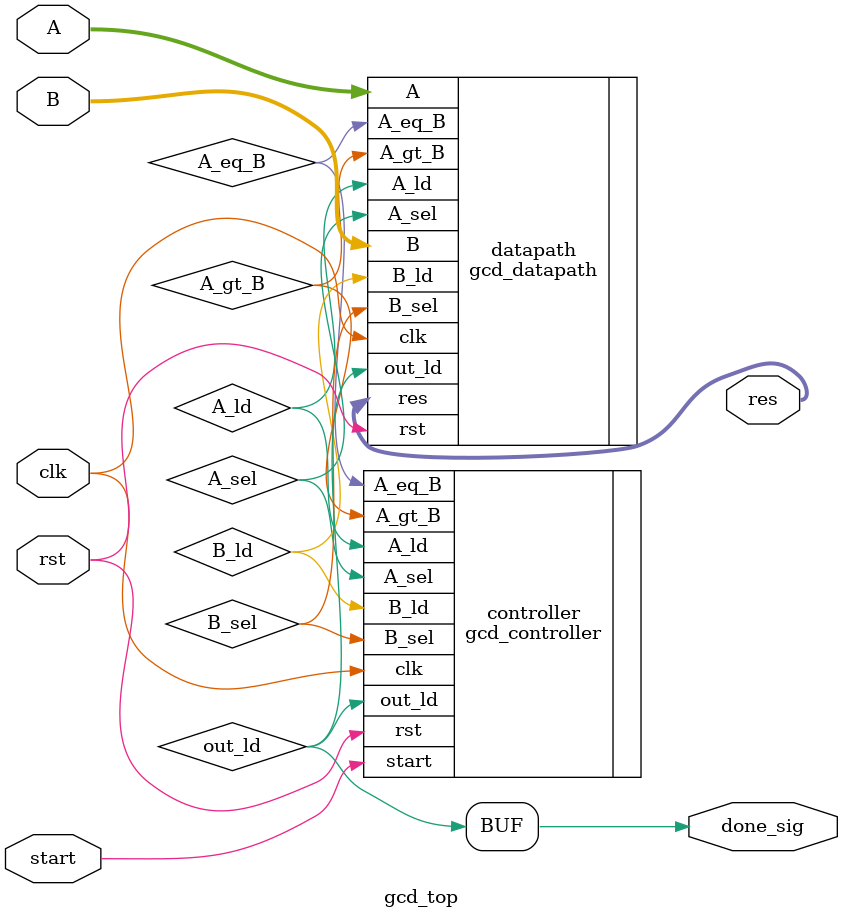
<source format=v>
module gcd_top #(parameter op_sz=8)(input clk,
                                   input rst,
                                   input start,
                                   input [op_sz -1 : 0] A,
                                   input [op_sz -1 : 0] B,
                                   output reg [op_sz -1 : 0] res,
                                   output done_sig);
  wire A_eq_B, A_gt_B, A_sel, B_sel, A_ld, B_ld, out_ld ;
  
  gcd_controller controller(.clk(clk),
                            .rst(rst),
                                 .A_eq_B(A_eq_B),
                                 .A_gt_B(A_gt_B),
                                 .start(start),
                                 .A_sel(A_sel),
                                 .B_sel(B_sel),
                                 .A_ld(A_ld),
                                 .B_ld(B_ld),
                                 .out_ld(out_ld));
  
  gcd_datapath #(op_sz) datapath(.clk(clk),
                                 .rst(rst),
                                 .A(A),
                                 .B(B),
                                 .A_sel(A_sel),
                                 .B_sel(B_sel),
                                 .A_ld(A_ld),
                                 .B_ld(B_ld),
                                 .out_ld(out_ld),
                                 .A_eq_B(A_eq_B),
                                 .A_gt_B(A_gt_B),
                                 .res(res));
  assign done_sig = out_ld;
endmodule

/////////////////////////////////////////////////////////////

</source>
